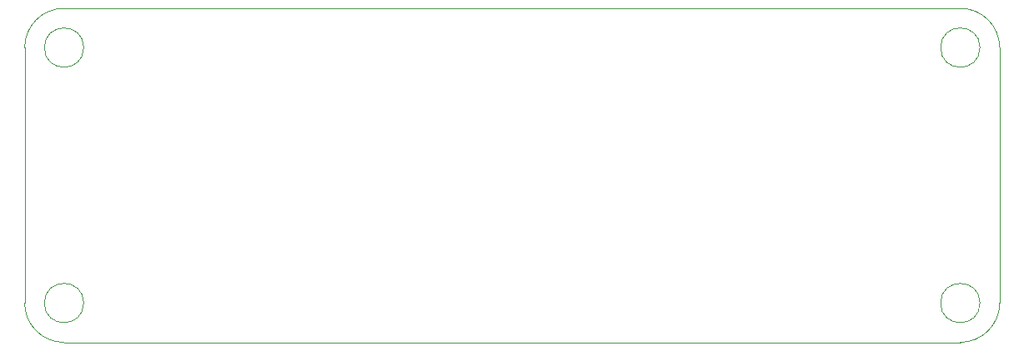
<source format=gm1>
G04 #@! TF.GenerationSoftware,KiCad,Pcbnew,(5.1.9)-1*
G04 #@! TF.CreationDate,2021-03-16T21:09:54+08:00*
G04 #@! TF.ProjectId,driver,64726976-6572-42e6-9b69-6361645f7063,v1.0*
G04 #@! TF.SameCoordinates,Original*
G04 #@! TF.FileFunction,Profile,NP*
%FSLAX46Y46*%
G04 Gerber Fmt 4.6, Leading zero omitted, Abs format (unit mm)*
G04 Created by KiCad (PCBNEW (5.1.9)-1) date 2021-03-16 21:09:54*
%MOMM*%
%LPD*%
G01*
G04 APERTURE LIST*
G04 #@! TA.AperFunction,Profile*
%ADD10C,0.050000*%
G04 #@! TD*
G04 APERTURE END LIST*
D10*
X122428000Y-66548000D02*
X123190000Y-66548000D01*
X37211000Y-66548000D02*
X38862000Y-66540000D01*
X126320800Y-66540000D02*
X123190000Y-66548000D01*
X37211000Y-66548000D02*
X35320800Y-66540000D01*
X128320800Y-62540000D02*
G75*
G03*
X128320800Y-62540000I-2000000J0D01*
G01*
X128320800Y-36540000D02*
G75*
G03*
X128320800Y-36540000I-2000000J0D01*
G01*
X37320800Y-62540000D02*
G75*
G03*
X37320800Y-62540000I-2000000J0D01*
G01*
X37320800Y-36540000D02*
G75*
G03*
X37320800Y-36540000I-2000000J0D01*
G01*
X126320800Y-66540000D02*
G75*
G03*
X130320800Y-62540000I0J4000000D01*
G01*
X130320800Y-36540000D02*
G75*
G03*
X126320800Y-32540000I-4000000J0D01*
G01*
X31320800Y-62540000D02*
G75*
G03*
X35320800Y-66540000I4000000J0D01*
G01*
X35320800Y-32540000D02*
G75*
G03*
X31320800Y-36540000I0J-4000000D01*
G01*
X130320800Y-36540000D02*
X130320800Y-62540000D01*
X31320800Y-36540000D02*
X31320800Y-62540000D01*
X35320800Y-32540000D02*
X126320800Y-32540000D01*
X38862000Y-66540000D02*
X122428000Y-66548000D01*
M02*

</source>
